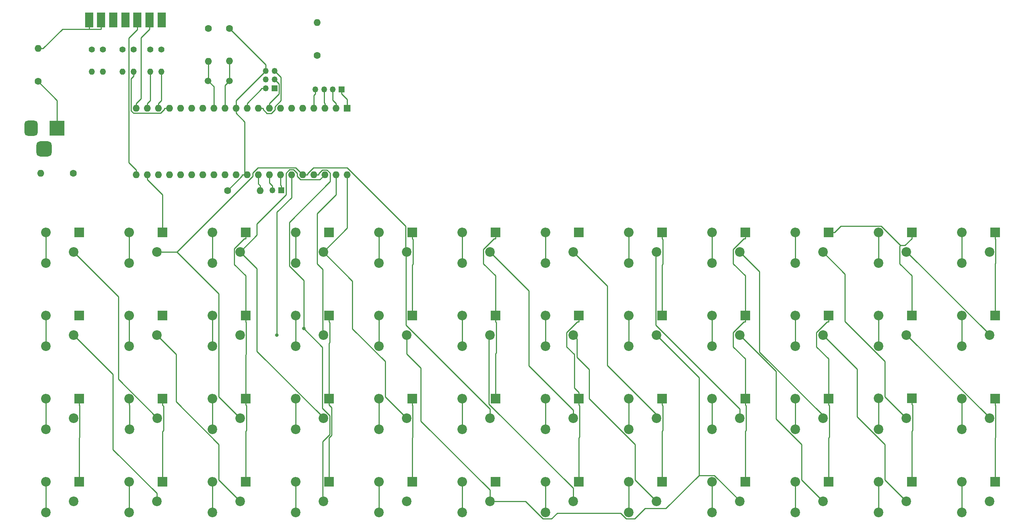
<source format=gbr>
%TF.GenerationSoftware,KiCad,Pcbnew,(6.0.0-0)*%
%TF.CreationDate,2022-06-17T23:46:41-04:00*%
%TF.ProjectId,justin-freetracing,6a757374-696e-42d6-9672-656574726163,rev?*%
%TF.SameCoordinates,Original*%
%TF.FileFunction,Copper,L2,Bot*%
%TF.FilePolarity,Positive*%
%FSLAX46Y46*%
G04 Gerber Fmt 4.6, Leading zero omitted, Abs format (unit mm)*
G04 Created by KiCad (PCBNEW (6.0.0-0)) date 2022-06-17 23:46:41*
%MOMM*%
%LPD*%
G01*
G04 APERTURE LIST*
G04 Aperture macros list*
%AMRoundRect*
0 Rectangle with rounded corners*
0 $1 Rounding radius*
0 $2 $3 $4 $5 $6 $7 $8 $9 X,Y pos of 4 corners*
0 Add a 4 corners polygon primitive as box body*
4,1,4,$2,$3,$4,$5,$6,$7,$8,$9,$2,$3,0*
0 Add four circle primitives for the rounded corners*
1,1,$1+$1,$2,$3*
1,1,$1+$1,$4,$5*
1,1,$1+$1,$6,$7*
1,1,$1+$1,$8,$9*
0 Add four rect primitives between the rounded corners*
20,1,$1+$1,$2,$3,$4,$5,0*
20,1,$1+$1,$4,$5,$6,$7,0*
20,1,$1+$1,$6,$7,$8,$9,0*
20,1,$1+$1,$8,$9,$2,$3,0*%
G04 Aperture macros list end*
%TA.AperFunction,ComponentPad*%
%ADD10R,3.500000X3.500000*%
%TD*%
%TA.AperFunction,ComponentPad*%
%ADD11RoundRect,0.750000X-0.750000X-1.000000X0.750000X-1.000000X0.750000X1.000000X-0.750000X1.000000X0*%
%TD*%
%TA.AperFunction,ComponentPad*%
%ADD12RoundRect,0.875000X-0.875000X-0.875000X0.875000X-0.875000X0.875000X0.875000X-0.875000X0.875000X0*%
%TD*%
%TA.AperFunction,ComponentPad*%
%ADD13C,1.600000*%
%TD*%
%TA.AperFunction,ComponentPad*%
%ADD14O,1.600000X1.600000*%
%TD*%
%TA.AperFunction,ComponentPad*%
%ADD15R,1.350000X1.350000*%
%TD*%
%TA.AperFunction,ComponentPad*%
%ADD16O,1.350000X1.350000*%
%TD*%
%TA.AperFunction,ComponentPad*%
%ADD17C,2.200000*%
%TD*%
%TA.AperFunction,ComponentPad*%
%ADD18R,1.600000X1.600000*%
%TD*%
%TA.AperFunction,SMDPad,CuDef*%
%ADD19R,1.846667X3.480000*%
%TD*%
%TA.AperFunction,ComponentPad*%
%ADD20C,1.500000*%
%TD*%
%TA.AperFunction,ComponentPad*%
%ADD21R,2.200000X2.200000*%
%TD*%
%TA.AperFunction,ComponentPad*%
%ADD22O,2.200000X2.200000*%
%TD*%
%TA.AperFunction,ComponentPad*%
%ADD23C,1.400000*%
%TD*%
%TA.AperFunction,ComponentPad*%
%ADD24O,1.400000X1.400000*%
%TD*%
%TA.AperFunction,ViaPad*%
%ADD25C,0.800000*%
%TD*%
%TA.AperFunction,Conductor*%
%ADD26C,0.250000*%
%TD*%
G04 APERTURE END LIST*
D10*
%TO.P,J5,1*%
%TO.N,VCC*%
X21670000Y-73300000D03*
D11*
%TO.P,J5,2*%
%TO.N,unconnected-(J5-Pad2)*%
X15670000Y-73300000D03*
D12*
%TO.P,J5,3*%
%TO.N,GND*%
X18670000Y-78000000D03*
%TD*%
D13*
%TO.P,C6,1*%
%TO.N,VCC*%
X25380000Y-83640000D03*
D14*
%TO.P,C6,2*%
%TO.N,GND*%
X17880000Y-83640000D03*
%TD*%
%TO.P,C5,2*%
%TO.N,GND*%
X17280000Y-55020000D03*
D13*
%TO.P,C5,1*%
%TO.N,VCC*%
X17280000Y-62520000D03*
%TD*%
%TO.P,C4,1*%
%TO.N,VCC*%
X81160000Y-56570000D03*
D14*
%TO.P,C4,2*%
%TO.N,GND*%
X81160000Y-49070000D03*
%TD*%
D15*
%TO.P,J2,1,Pin_1*%
%TO.N,/MISO*%
X71393000Y-64126000D03*
D16*
%TO.P,J2,2,Pin_2*%
%TO.N,VCC*%
X69393000Y-64126000D03*
%TO.P,J2,3,Pin_3*%
%TO.N,/PB7*%
X71393000Y-62126000D03*
%TO.P,J2,4,Pin_4*%
%TO.N,/MOSI*%
X69393000Y-62126000D03*
%TO.P,J2,5,Pin_5*%
%TO.N,/~RESET*%
X71393000Y-60126000D03*
%TO.P,J2,6,Pin_6*%
%TO.N,GND*%
X69393000Y-60126000D03*
%TD*%
D17*
%TO.P,K27,1,1*%
%TO.N,/KR2*%
X139700000Y-139700000D03*
%TO.P,K27,2,2*%
%TO.N,Net-(D27-Pad2)*%
X133350000Y-142240000D03*
%TD*%
%TO.P,K6,1,1*%
%TO.N,/KR5*%
X44450000Y-120650000D03*
%TO.P,K6,2,2*%
%TO.N,Net-(D6-Pad2)*%
X38100000Y-123190000D03*
%TD*%
%TO.P,K26,1,1*%
%TO.N,/KR1*%
X139700000Y-120650000D03*
%TO.P,K26,2,2*%
%TO.N,Net-(D26-Pad2)*%
X133350000Y-123190000D03*
%TD*%
%TO.P,K25,1,1*%
%TO.N,/KR0*%
X139700000Y-101600000D03*
%TO.P,K25,2,2*%
%TO.N,Net-(D25-Pad2)*%
X133350000Y-104140000D03*
%TD*%
D18*
%TO.P,U1,1,PB0*%
%TO.N,/PB0*%
X87985000Y-68705000D03*
D14*
%TO.P,U1,2,PB1*%
%TO.N,/PB1*%
X85445000Y-68705000D03*
%TO.P,U1,3,PB2*%
%TO.N,/PB2*%
X82905000Y-68705000D03*
%TO.P,U1,4,PB3*%
%TO.N,/PB3*%
X80365000Y-68705000D03*
%TO.P,U1,5,PB4*%
%TO.N,/PB4*%
X77825000Y-68705000D03*
%TO.P,U1,6,PB5*%
%TO.N,/MOSI*%
X75285000Y-68705000D03*
%TO.P,U1,7,PB6*%
%TO.N,/MISO*%
X72745000Y-68705000D03*
%TO.P,U1,8,PB7*%
%TO.N,/PB7*%
X70205000Y-68705000D03*
%TO.P,U1,9,~{RESET}*%
%TO.N,/~RESET*%
X67665000Y-68705000D03*
%TO.P,U1,10,VCC*%
%TO.N,VCC*%
X65125000Y-68705000D03*
%TO.P,U1,11,GND*%
%TO.N,GND*%
X62585000Y-68705000D03*
%TO.P,U1,12,XTAL2*%
%TO.N,Net-(C2-Pad2)*%
X60045000Y-68705000D03*
%TO.P,U1,13,XTAL1*%
%TO.N,Net-(C1-Pad2)*%
X57505000Y-68705000D03*
%TO.P,U1,14,PD0*%
%TO.N,Net-(R50-Pad2)*%
X54965000Y-68705000D03*
%TO.P,U1,15,PD1*%
%TO.N,Net-(R54-Pad2)*%
X52425000Y-68705000D03*
%TO.P,U1,16,PD2*%
%TO.N,Net-(R49-Pad2)*%
X49885000Y-68705000D03*
%TO.P,U1,17,PD3*%
%TO.N,Net-(R52-Pad2)*%
X47345000Y-68705000D03*
%TO.P,U1,18,PD4*%
%TO.N,Net-(R51-Pad2)*%
X44805000Y-68705000D03*
%TO.P,U1,19,PD5*%
%TO.N,Net-(R53-Pad2)*%
X42265000Y-68705000D03*
%TO.P,U1,20,PD6*%
%TO.N,/VSYNC*%
X39725000Y-68705000D03*
%TO.P,U1,21,PD7*%
%TO.N,/HSYNC*%
X39725000Y-83945000D03*
%TO.P,U1,22,PC0*%
%TO.N,/KC0*%
X42265000Y-83945000D03*
%TO.P,U1,23,PC1*%
%TO.N,/KC1*%
X44805000Y-83945000D03*
%TO.P,U1,24,PC2*%
%TO.N,/KC2*%
X47345000Y-83945000D03*
%TO.P,U1,25,PC3*%
%TO.N,/KC3*%
X49885000Y-83945000D03*
%TO.P,U1,26,PC4*%
%TO.N,/KC4*%
X52425000Y-83945000D03*
%TO.P,U1,27,PC5*%
%TO.N,/KC5*%
X54965000Y-83945000D03*
%TO.P,U1,28,PC6*%
%TO.N,/KC6*%
X57505000Y-83945000D03*
%TO.P,U1,29,PC7*%
%TO.N,/KC7*%
X60045000Y-83945000D03*
%TO.P,U1,30,AVCC*%
%TO.N,VCC*%
X62585000Y-83945000D03*
%TO.P,U1,31,GND*%
%TO.N,GND*%
X65125000Y-83945000D03*
%TO.P,U1,32,AREF*%
%TO.N,Net-(C3-Pad2)*%
X67665000Y-83945000D03*
%TO.P,U1,33,PA7*%
%TO.N,/PA7*%
X70205000Y-83945000D03*
%TO.P,U1,34,PA6*%
%TO.N,/PA6*%
X72745000Y-83945000D03*
%TO.P,U1,35,PA5*%
%TO.N,/KR5*%
X75285000Y-83945000D03*
%TO.P,U1,36,PA4*%
%TO.N,/KR4*%
X77825000Y-83945000D03*
%TO.P,U1,37,PA3*%
%TO.N,/KR3*%
X80365000Y-83945000D03*
%TO.P,U1,38,PA2*%
%TO.N,/KR2*%
X82905000Y-83945000D03*
%TO.P,U1,39,PA1*%
%TO.N,/KR1*%
X85445000Y-83945000D03*
%TO.P,U1,40,PA0*%
%TO.N,/KR0*%
X87985000Y-83945000D03*
%TD*%
D17*
%TO.P,K44,1,1*%
%TO.N,/KR1*%
X215900000Y-158750000D03*
%TO.P,K44,2,2*%
%TO.N,Net-(D44-Pad2)*%
X209550000Y-161290000D03*
%TD*%
%TO.P,K33,1,1*%
%TO.N,/KR2*%
X177800000Y-101600000D03*
%TO.P,K33,2,2*%
%TO.N,Net-(D33-Pad2)*%
X171450000Y-104140000D03*
%TD*%
%TO.P,K2,1,1*%
%TO.N,/KR1*%
X25400000Y-120650000D03*
%TO.P,K2,2,2*%
%TO.N,Net-(D2-Pad2)*%
X19050000Y-123190000D03*
%TD*%
D14*
%TO.P,C3,2*%
%TO.N,Net-(C3-Pad2)*%
X68150000Y-87570000D03*
D13*
%TO.P,C3,1*%
%TO.N,GND*%
X60650000Y-87570000D03*
%TD*%
D17*
%TO.P,K36,1,1*%
%TO.N,/KR5*%
X177800000Y-158750000D03*
%TO.P,K36,2,2*%
%TO.N,Net-(D36-Pad2)*%
X171450000Y-161290000D03*
%TD*%
%TO.P,K8,1,1*%
%TO.N,/KR1*%
X44450000Y-158750000D03*
%TO.P,K8,2,2*%
%TO.N,Net-(D8-Pad2)*%
X38100000Y-161290000D03*
%TD*%
%TO.P,K12,1,1*%
%TO.N,/KR5*%
X63500000Y-158750000D03*
%TO.P,K12,2,2*%
%TO.N,Net-(D12-Pad2)*%
X57150000Y-161290000D03*
%TD*%
%TO.P,K5,1,1*%
%TO.N,/KR4*%
X44450000Y-101600000D03*
%TO.P,K5,2,2*%
%TO.N,Net-(D5-Pad2)*%
X38100000Y-104140000D03*
%TD*%
%TO.P,K14,1,1*%
%TO.N,/KR1*%
X82550000Y-120650000D03*
%TO.P,K14,2,2*%
%TO.N,Net-(D14-Pad2)*%
X76200000Y-123190000D03*
%TD*%
%TO.P,K38,1,1*%
%TO.N,/KR1*%
X196850000Y-120650000D03*
%TO.P,K38,2,2*%
%TO.N,Net-(D38-Pad2)*%
X190500000Y-123190000D03*
%TD*%
%TO.P,K23,1,1*%
%TO.N,/KR4*%
X120650000Y-139700000D03*
%TO.P,K23,2,2*%
%TO.N,Net-(D23-Pad2)*%
X114300000Y-142240000D03*
%TD*%
%TO.P,K16,1,1*%
%TO.N,/KR3*%
X82550000Y-158750000D03*
%TO.P,K16,2,2*%
%TO.N,Net-(D16-Pad2)*%
X76200000Y-161290000D03*
%TD*%
%TO.P,K10,1,1*%
%TO.N,/KR3*%
X63500000Y-120650000D03*
%TO.P,K10,2,2*%
%TO.N,Net-(D10-Pad2)*%
X57150000Y-123190000D03*
%TD*%
%TO.P,K43,1,1*%
%TO.N,/KR0*%
X215900000Y-139700000D03*
%TO.P,K43,2,2*%
%TO.N,Net-(D43-Pad2)*%
X209550000Y-142240000D03*
%TD*%
%TO.P,K48,1,1*%
%TO.N,/KR5*%
X234950000Y-139700000D03*
%TO.P,K48,2,2*%
%TO.N,Net-(D48-Pad2)*%
X228600000Y-142240000D03*
%TD*%
D15*
%TO.P,J4,1,Pin_1*%
%TO.N,/PB0*%
X86719000Y-64358000D03*
D16*
%TO.P,J4,2,Pin_2*%
%TO.N,/PB1*%
X84719000Y-64358000D03*
%TO.P,J4,3,Pin_3*%
%TO.N,/PB2*%
X82719000Y-64358000D03*
%TO.P,J4,4,Pin_4*%
%TO.N,/PB3*%
X80719000Y-64358000D03*
%TD*%
D17*
%TO.P,K13,1,1*%
%TO.N,/KR0*%
X82550000Y-101600000D03*
%TO.P,K13,2,2*%
%TO.N,Net-(D13-Pad2)*%
X76200000Y-104140000D03*
%TD*%
%TO.P,K29,1,1*%
%TO.N,/KR4*%
X158750000Y-101600000D03*
%TO.P,K29,2,2*%
%TO.N,Net-(D29-Pad2)*%
X152400000Y-104140000D03*
%TD*%
%TO.P,K15,1,1*%
%TO.N,/KR2*%
X82550000Y-139700000D03*
%TO.P,K15,2,2*%
%TO.N,Net-(D15-Pad2)*%
X76200000Y-142240000D03*
%TD*%
%TO.P,K7,1,1*%
%TO.N,/KR0*%
X44577000Y-139700000D03*
%TO.P,K7,2,2*%
%TO.N,Net-(D7-Pad2)*%
X38227000Y-142240000D03*
%TD*%
%TO.P,K47,1,1*%
%TO.N,/KR4*%
X234950000Y-120650000D03*
%TO.P,K47,2,2*%
%TO.N,Net-(D47-Pad2)*%
X228600000Y-123190000D03*
%TD*%
%TO.P,K28,1,1*%
%TO.N,/KR3*%
X139700000Y-158750000D03*
%TO.P,K28,2,2*%
%TO.N,Net-(D28-Pad2)*%
X133350000Y-161290000D03*
%TD*%
%TO.P,K46,1,1*%
%TO.N,/KR3*%
X234950000Y-101600000D03*
%TO.P,K46,2,2*%
%TO.N,Net-(D46-Pad2)*%
X228600000Y-104140000D03*
%TD*%
%TO.P,K9,1,1*%
%TO.N,/KR2*%
X63500000Y-101600000D03*
%TO.P,K9,2,2*%
%TO.N,Net-(D9-Pad2)*%
X57150000Y-104140000D03*
%TD*%
%TO.P,K20,1,1*%
%TO.N,/KR1*%
X101600000Y-158750000D03*
%TO.P,K20,2,2*%
%TO.N,Net-(D20-Pad2)*%
X95250000Y-161290000D03*
%TD*%
%TO.P,K45,1,1*%
%TO.N,/KR2*%
X234950000Y-158750000D03*
%TO.P,K45,2,2*%
%TO.N,Net-(D45-Pad2)*%
X228600000Y-161290000D03*
%TD*%
D19*
%TO.P,J1,9*%
%TO.N,GND*%
X28960000Y-48482500D03*
%TO.P,J1,10*%
X31730000Y-48482500D03*
%TO.P,J1,11*%
%TO.N,unconnected-(J1-Pad11)*%
X34500000Y-48482500D03*
%TO.P,J1,12*%
%TO.N,unconnected-(J1-Pad12)*%
X37270000Y-48482500D03*
%TO.P,J1,13*%
%TO.N,/HSYNC*%
X40040000Y-48482500D03*
%TO.P,J1,14*%
%TO.N,/VSYNC*%
X42810000Y-48482500D03*
%TO.P,J1,15*%
%TO.N,unconnected-(J1-Pad15)*%
X45580000Y-48482500D03*
%TD*%
D17*
%TO.P,K17,1,1*%
%TO.N,/KR4*%
X101600000Y-101600000D03*
%TO.P,K17,2,2*%
%TO.N,Net-(D17-Pad2)*%
X95250000Y-104140000D03*
%TD*%
%TO.P,K34,1,1*%
%TO.N,/KR3*%
X177800000Y-120650000D03*
%TO.P,K34,2,2*%
%TO.N,Net-(D34-Pad2)*%
X171450000Y-123190000D03*
%TD*%
%TO.P,K32,1,1*%
%TO.N,/KR1*%
X158750000Y-158750000D03*
%TO.P,K32,2,2*%
%TO.N,Net-(D32-Pad2)*%
X152400000Y-161290000D03*
%TD*%
%TO.P,K40,1,1*%
%TO.N,/KR3*%
X196850000Y-158750000D03*
%TO.P,K40,2,2*%
%TO.N,Net-(D40-Pad2)*%
X190500000Y-161290000D03*
%TD*%
%TO.P,K31,1,1*%
%TO.N,/KR0*%
X158750000Y-139700000D03*
%TO.P,K31,2,2*%
%TO.N,Net-(D31-Pad2)*%
X152400000Y-142240000D03*
%TD*%
%TO.P,K18,1,1*%
%TO.N,/KR5*%
X101600000Y-120650000D03*
%TO.P,K18,2,2*%
%TO.N,Net-(D18-Pad2)*%
X95250000Y-123190000D03*
%TD*%
%TO.P,K41,1,1*%
%TO.N,/KR4*%
X215900000Y-101600000D03*
%TO.P,K41,2,2*%
%TO.N,Net-(D41-Pad2)*%
X209550000Y-104140000D03*
%TD*%
%TO.P,K39,1,1*%
%TO.N,/KR2*%
X196850000Y-139700000D03*
%TO.P,K39,2,2*%
%TO.N,Net-(D39-Pad2)*%
X190500000Y-142240000D03*
%TD*%
%TO.P,K21,1,1*%
%TO.N,/KR2*%
X120650000Y-101600000D03*
%TO.P,K21,2,2*%
%TO.N,Net-(D21-Pad2)*%
X114300000Y-104140000D03*
%TD*%
D14*
%TO.P,C2,2*%
%TO.N,Net-(C2-Pad2)*%
X61075000Y-57880000D03*
D13*
%TO.P,C2,1*%
%TO.N,GND*%
X61075000Y-50380000D03*
%TD*%
D17*
%TO.P,K37,1,1*%
%TO.N,/KR0*%
X196850000Y-101600000D03*
%TO.P,K37,2,2*%
%TO.N,Net-(D37-Pad2)*%
X190500000Y-104140000D03*
%TD*%
%TO.P,K3,1,1*%
%TO.N,/KR2*%
X25400000Y-139700000D03*
%TO.P,K3,2,2*%
%TO.N,Net-(D3-Pad2)*%
X19050000Y-142240000D03*
%TD*%
%TO.P,K24,1,1*%
%TO.N,/KR5*%
X120650000Y-158750000D03*
%TO.P,K24,2,2*%
%TO.N,Net-(D24-Pad2)*%
X114300000Y-161290000D03*
%TD*%
D14*
%TO.P,C1,2*%
%TO.N,Net-(C1-Pad2)*%
X56230000Y-57940000D03*
D13*
%TO.P,C1,1*%
%TO.N,GND*%
X56230000Y-50440000D03*
%TD*%
D17*
%TO.P,K1,1,1*%
%TO.N,/KR0*%
X25400000Y-101600000D03*
%TO.P,K1,2,2*%
%TO.N,Net-(D1-Pad2)*%
X19050000Y-104140000D03*
%TD*%
D15*
%TO.P,J3,1,Pin_1*%
%TO.N,/PA6*%
X72920000Y-87500000D03*
D16*
%TO.P,J3,2,Pin_2*%
%TO.N,/PA7*%
X70920000Y-87500000D03*
%TD*%
D17*
%TO.P,K42,1,1*%
%TO.N,/KR5*%
X215900000Y-120650000D03*
%TO.P,K42,2,2*%
%TO.N,Net-(D42-Pad2)*%
X209550000Y-123190000D03*
%TD*%
%TO.P,K19,1,1*%
%TO.N,/KR0*%
X101600000Y-139700000D03*
%TO.P,K19,2,2*%
%TO.N,Net-(D19-Pad2)*%
X95250000Y-142240000D03*
%TD*%
%TO.P,K35,1,1*%
%TO.N,/KR4*%
X177800000Y-139700000D03*
%TO.P,K35,2,2*%
%TO.N,Net-(D35-Pad2)*%
X171450000Y-142240000D03*
%TD*%
%TO.P,K11,1,1*%
%TO.N,/KR4*%
X63500000Y-139700000D03*
%TO.P,K11,2,2*%
%TO.N,Net-(D11-Pad2)*%
X57150000Y-142240000D03*
%TD*%
%TO.P,K22,1,1*%
%TO.N,/KR3*%
X120650000Y-120650000D03*
%TO.P,K22,2,2*%
%TO.N,Net-(D22-Pad2)*%
X114300000Y-123190000D03*
%TD*%
%TO.P,K4,1,1*%
%TO.N,/KR3*%
X25400000Y-158750000D03*
%TO.P,K4,2,2*%
%TO.N,Net-(D4-Pad2)*%
X19050000Y-161290000D03*
%TD*%
D20*
%TO.P,Y1,1,1*%
%TO.N,Net-(C2-Pad2)*%
X61075000Y-62405000D03*
%TO.P,Y1,2,2*%
%TO.N,Net-(C1-Pad2)*%
X56195000Y-62405000D03*
%TD*%
D17*
%TO.P,K30,1,1*%
%TO.N,/KR5*%
X158750000Y-120650000D03*
%TO.P,K30,2,2*%
%TO.N,Net-(D30-Pad2)*%
X152400000Y-123190000D03*
%TD*%
D21*
%TO.P,D45,1,K*%
%TO.N,/KC7*%
X236220000Y-154305000D03*
D22*
%TO.P,D45,2,A*%
%TO.N,Net-(D45-Pad2)*%
X228600000Y-154305000D03*
%TD*%
D21*
%TO.P,D17,1,K*%
%TO.N,/KC2*%
X102870000Y-97155000D03*
D22*
%TO.P,D17,2,A*%
%TO.N,Net-(D17-Pad2)*%
X95250000Y-97155000D03*
%TD*%
D21*
%TO.P,D25,1,K*%
%TO.N,/KC4*%
X140970000Y-97155000D03*
D22*
%TO.P,D25,2,A*%
%TO.N,Net-(D25-Pad2)*%
X133350000Y-97155000D03*
%TD*%
D21*
%TO.P,D23,1,K*%
%TO.N,/KC3*%
X121920000Y-135255000D03*
D22*
%TO.P,D23,2,A*%
%TO.N,Net-(D23-Pad2)*%
X114300000Y-135255000D03*
%TD*%
D21*
%TO.P,D7,1,K*%
%TO.N,/KC1*%
X45720000Y-135255000D03*
D22*
%TO.P,D7,2,A*%
%TO.N,Net-(D7-Pad2)*%
X38100000Y-135255000D03*
%TD*%
D23*
%TO.P,R50,1*%
%TO.N,/RED*%
X29595000Y-55245000D03*
D24*
%TO.P,R50,2*%
%TO.N,Net-(R50-Pad2)*%
X29595000Y-60325000D03*
%TD*%
D21*
%TO.P,D37,1,K*%
%TO.N,/KC6*%
X198120000Y-97155000D03*
D22*
%TO.P,D37,2,A*%
%TO.N,Net-(D37-Pad2)*%
X190500000Y-97155000D03*
%TD*%
D21*
%TO.P,D41,1,K*%
%TO.N,/KC6*%
X217170000Y-97155000D03*
D22*
%TO.P,D41,2,A*%
%TO.N,Net-(D41-Pad2)*%
X209550000Y-97155000D03*
%TD*%
D21*
%TO.P,D28,1,K*%
%TO.N,/KC4*%
X140970000Y-154305000D03*
D22*
%TO.P,D28,2,A*%
%TO.N,Net-(D28-Pad2)*%
X133350000Y-154305000D03*
%TD*%
D21*
%TO.P,D11,1,K*%
%TO.N,/KC1*%
X64770000Y-135255000D03*
D22*
%TO.P,D11,2,A*%
%TO.N,Net-(D11-Pad2)*%
X57150000Y-135255000D03*
%TD*%
D21*
%TO.P,D43,1,K*%
%TO.N,/KC7*%
X217170000Y-135128000D03*
D22*
%TO.P,D43,2,A*%
%TO.N,Net-(D43-Pad2)*%
X209550000Y-135128000D03*
%TD*%
D23*
%TO.P,R52,1*%
%TO.N,/GREEN*%
X39120000Y-55245000D03*
D24*
%TO.P,R52,2*%
%TO.N,Net-(R52-Pad2)*%
X39120000Y-60325000D03*
%TD*%
D21*
%TO.P,D21,1,K*%
%TO.N,/KC3*%
X121920000Y-97155000D03*
D22*
%TO.P,D21,2,A*%
%TO.N,Net-(D21-Pad2)*%
X114300000Y-97155000D03*
%TD*%
D21*
%TO.P,D27,1,K*%
%TO.N,/KC4*%
X140970000Y-135255000D03*
D22*
%TO.P,D27,2,A*%
%TO.N,Net-(D27-Pad2)*%
X133350000Y-135255000D03*
%TD*%
D21*
%TO.P,D35,1,K*%
%TO.N,/KC5*%
X179070000Y-135255000D03*
D22*
%TO.P,D35,2,A*%
%TO.N,Net-(D35-Pad2)*%
X171450000Y-135255000D03*
%TD*%
D21*
%TO.P,D16,1,K*%
%TO.N,/KC2*%
X83820000Y-154305000D03*
D22*
%TO.P,D16,2,A*%
%TO.N,Net-(D16-Pad2)*%
X76200000Y-154305000D03*
%TD*%
D21*
%TO.P,D19,1,K*%
%TO.N,/KC3*%
X102870000Y-135255000D03*
D22*
%TO.P,D19,2,A*%
%TO.N,Net-(D19-Pad2)*%
X95250000Y-135255000D03*
%TD*%
D21*
%TO.P,D42,1,K*%
%TO.N,/KC6*%
X217170000Y-116205000D03*
D22*
%TO.P,D42,2,A*%
%TO.N,Net-(D42-Pad2)*%
X209550000Y-116205000D03*
%TD*%
D21*
%TO.P,D31,1,K*%
%TO.N,/KC5*%
X160020000Y-135255000D03*
D22*
%TO.P,D31,2,A*%
%TO.N,Net-(D31-Pad2)*%
X152400000Y-135255000D03*
%TD*%
D21*
%TO.P,D38,1,K*%
%TO.N,/KC6*%
X198120000Y-116205000D03*
D22*
%TO.P,D38,2,A*%
%TO.N,Net-(D38-Pad2)*%
X190500000Y-116205000D03*
%TD*%
D21*
%TO.P,D15,1,K*%
%TO.N,/KC2*%
X83820000Y-135255000D03*
D22*
%TO.P,D15,2,A*%
%TO.N,Net-(D15-Pad2)*%
X76200000Y-135255000D03*
%TD*%
D21*
%TO.P,D34,1,K*%
%TO.N,/KC5*%
X179070000Y-116205000D03*
D22*
%TO.P,D34,2,A*%
%TO.N,Net-(D34-Pad2)*%
X171450000Y-116205000D03*
%TD*%
D21*
%TO.P,D10,1,K*%
%TO.N,/KC1*%
X64770000Y-116205000D03*
D22*
%TO.P,D10,2,A*%
%TO.N,Net-(D10-Pad2)*%
X57150000Y-116205000D03*
%TD*%
D23*
%TO.P,R53,1*%
%TO.N,/BLUE*%
X42930000Y-55245000D03*
D24*
%TO.P,R53,2*%
%TO.N,Net-(R53-Pad2)*%
X42930000Y-60325000D03*
%TD*%
D21*
%TO.P,D40,1,K*%
%TO.N,/KC6*%
X198120000Y-154305000D03*
D22*
%TO.P,D40,2,A*%
%TO.N,Net-(D40-Pad2)*%
X190500000Y-154305000D03*
%TD*%
D21*
%TO.P,D13,1,K*%
%TO.N,/KC2*%
X83820000Y-97155000D03*
D22*
%TO.P,D13,2,A*%
%TO.N,Net-(D13-Pad2)*%
X76200000Y-97155000D03*
%TD*%
D21*
%TO.P,D29,1,K*%
%TO.N,/KC4*%
X160020000Y-97155000D03*
D22*
%TO.P,D29,2,A*%
%TO.N,Net-(D29-Pad2)*%
X152400000Y-97155000D03*
%TD*%
D21*
%TO.P,D6,1,K*%
%TO.N,/KC0*%
X45720000Y-116205000D03*
D22*
%TO.P,D6,2,A*%
%TO.N,Net-(D6-Pad2)*%
X38100000Y-116205000D03*
%TD*%
D21*
%TO.P,D5,1,K*%
%TO.N,/KC0*%
X45720000Y-97155000D03*
D22*
%TO.P,D5,2,A*%
%TO.N,Net-(D5-Pad2)*%
X38100000Y-97155000D03*
%TD*%
D21*
%TO.P,D12,1,K*%
%TO.N,/KC1*%
X64770000Y-154305000D03*
D22*
%TO.P,D12,2,A*%
%TO.N,Net-(D12-Pad2)*%
X57150000Y-154305000D03*
%TD*%
D21*
%TO.P,D32,1,K*%
%TO.N,/KC5*%
X160020000Y-154305000D03*
D22*
%TO.P,D32,2,A*%
%TO.N,Net-(D32-Pad2)*%
X152400000Y-154305000D03*
%TD*%
D21*
%TO.P,D44,1,K*%
%TO.N,/KC7*%
X217170000Y-154305000D03*
D22*
%TO.P,D44,2,A*%
%TO.N,Net-(D44-Pad2)*%
X209550000Y-154305000D03*
%TD*%
D23*
%TO.P,R54,1*%
%TO.N,/RED*%
X32135000Y-55245000D03*
D24*
%TO.P,R54,2*%
%TO.N,Net-(R54-Pad2)*%
X32135000Y-60325000D03*
%TD*%
D21*
%TO.P,D8,1,K*%
%TO.N,/KC1*%
X45720000Y-154305000D03*
D22*
%TO.P,D8,2,A*%
%TO.N,Net-(D8-Pad2)*%
X38100000Y-154305000D03*
%TD*%
D21*
%TO.P,D9,1,K*%
%TO.N,/KC1*%
X64770000Y-97155000D03*
D22*
%TO.P,D9,2,A*%
%TO.N,Net-(D9-Pad2)*%
X57150000Y-97155000D03*
%TD*%
D21*
%TO.P,D14,1,K*%
%TO.N,/KC2*%
X83820000Y-116205000D03*
D22*
%TO.P,D14,2,A*%
%TO.N,Net-(D14-Pad2)*%
X76200000Y-116205000D03*
%TD*%
D21*
%TO.P,D20,1,K*%
%TO.N,/KC3*%
X102870000Y-154305000D03*
D22*
%TO.P,D20,2,A*%
%TO.N,Net-(D20-Pad2)*%
X95250000Y-154305000D03*
%TD*%
D21*
%TO.P,D46,1,K*%
%TO.N,/KC7*%
X236220000Y-97155000D03*
D22*
%TO.P,D46,2,A*%
%TO.N,Net-(D46-Pad2)*%
X228600000Y-97155000D03*
%TD*%
D21*
%TO.P,D18,1,K*%
%TO.N,/KC2*%
X102870000Y-116205000D03*
D22*
%TO.P,D18,2,A*%
%TO.N,Net-(D18-Pad2)*%
X95250000Y-116205000D03*
%TD*%
D21*
%TO.P,D47,1,K*%
%TO.N,/KC7*%
X236220000Y-116205000D03*
D22*
%TO.P,D47,2,A*%
%TO.N,Net-(D47-Pad2)*%
X228600000Y-116205000D03*
%TD*%
D21*
%TO.P,D24,1,K*%
%TO.N,/KC3*%
X121920000Y-154305000D03*
D22*
%TO.P,D24,2,A*%
%TO.N,Net-(D24-Pad2)*%
X114300000Y-154305000D03*
%TD*%
D21*
%TO.P,D22,1,K*%
%TO.N,/KC3*%
X121920000Y-116205000D03*
D22*
%TO.P,D22,2,A*%
%TO.N,Net-(D22-Pad2)*%
X114300000Y-116205000D03*
%TD*%
D23*
%TO.P,R49,1*%
%TO.N,/GREEN*%
X36580000Y-55245000D03*
D24*
%TO.P,R49,2*%
%TO.N,Net-(R49-Pad2)*%
X36580000Y-60325000D03*
%TD*%
D21*
%TO.P,D4,1,K*%
%TO.N,/KC0*%
X26670000Y-154305000D03*
D22*
%TO.P,D4,2,A*%
%TO.N,Net-(D4-Pad2)*%
X19050000Y-154305000D03*
%TD*%
D21*
%TO.P,D3,1,K*%
%TO.N,/KC0*%
X26670000Y-135255000D03*
D22*
%TO.P,D3,2,A*%
%TO.N,Net-(D3-Pad2)*%
X19050000Y-135255000D03*
%TD*%
D23*
%TO.P,R51,1*%
%TO.N,/BLUE*%
X45470000Y-55245000D03*
D24*
%TO.P,R51,2*%
%TO.N,Net-(R51-Pad2)*%
X45470000Y-60325000D03*
%TD*%
D21*
%TO.P,D1,1,K*%
%TO.N,/KC0*%
X26670000Y-97155000D03*
D22*
%TO.P,D1,2,A*%
%TO.N,Net-(D1-Pad2)*%
X19050000Y-97155000D03*
%TD*%
D21*
%TO.P,D33,1,K*%
%TO.N,/KC5*%
X179070000Y-97155000D03*
D22*
%TO.P,D33,2,A*%
%TO.N,Net-(D33-Pad2)*%
X171450000Y-97155000D03*
%TD*%
D21*
%TO.P,D2,1,K*%
%TO.N,/KC0*%
X26670000Y-116205000D03*
D22*
%TO.P,D2,2,A*%
%TO.N,Net-(D2-Pad2)*%
X19050000Y-116205000D03*
%TD*%
D21*
%TO.P,D39,1,K*%
%TO.N,/KC6*%
X198120000Y-135255000D03*
D22*
%TO.P,D39,2,A*%
%TO.N,Net-(D39-Pad2)*%
X190500000Y-135255000D03*
%TD*%
D21*
%TO.P,D26,1,K*%
%TO.N,/KC4*%
X140970000Y-116205000D03*
D22*
%TO.P,D26,2,A*%
%TO.N,Net-(D26-Pad2)*%
X133350000Y-116205000D03*
%TD*%
D21*
%TO.P,D48,1,K*%
%TO.N,/KC7*%
X236220000Y-135255000D03*
D22*
%TO.P,D48,2,A*%
%TO.N,Net-(D48-Pad2)*%
X228600000Y-135255000D03*
%TD*%
D21*
%TO.P,D36,1,K*%
%TO.N,/KC5*%
X179070000Y-154305000D03*
D22*
%TO.P,D36,2,A*%
%TO.N,Net-(D36-Pad2)*%
X171450000Y-154305000D03*
%TD*%
D21*
%TO.P,D30,1,K*%
%TO.N,/KC4*%
X160020000Y-116205000D03*
D22*
%TO.P,D30,2,A*%
%TO.N,Net-(D30-Pad2)*%
X152400000Y-116205000D03*
%TD*%
D25*
%TO.N,/KR3*%
X78071900Y-119186000D03*
%TO.N,/KR5*%
X71939400Y-120705000D03*
%TD*%
D26*
%TO.N,/KR1*%
X44450000Y-156948000D02*
X44450000Y-158750000D01*
X34393400Y-146891000D02*
X44450000Y-156948000D01*
X34393400Y-129643000D02*
X34393400Y-146891000D01*
X25400000Y-120650000D02*
X34393400Y-129643000D01*
X204660000Y-128460000D02*
X196850000Y-120650000D01*
X204660000Y-139365000D02*
X204660000Y-128460000D01*
X211035000Y-145740000D02*
X204660000Y-139365000D01*
X211035000Y-153885000D02*
X211035000Y-145740000D01*
X215900000Y-158750000D02*
X211035000Y-153885000D01*
X85445000Y-88506900D02*
X85445000Y-83945000D01*
X81123000Y-92828900D02*
X85445000Y-88506900D01*
X81123000Y-104353000D02*
X81123000Y-92828900D01*
X82394700Y-105625000D02*
X81123000Y-104353000D01*
X82394700Y-120495000D02*
X82394700Y-105625000D01*
X82550000Y-120650000D02*
X82394700Y-120495000D01*
X140580000Y-121530000D02*
X139700000Y-120650000D01*
X140580000Y-125733000D02*
X140580000Y-121530000D01*
X143396000Y-128548000D02*
X140580000Y-125733000D01*
X143396000Y-135252000D02*
X143396000Y-128548000D01*
X153885000Y-145740000D02*
X143396000Y-135252000D01*
X153885000Y-153885000D02*
X153885000Y-145740000D01*
X158750000Y-158750000D02*
X153885000Y-153885000D01*
%TO.N,/KR2*%
X182361000Y-106161000D02*
X177800000Y-101600000D01*
X182361000Y-124574000D02*
X182361000Y-106161000D01*
X196850000Y-139063000D02*
X182361000Y-124574000D01*
X196850000Y-139700000D02*
X196850000Y-139063000D01*
X67383400Y-105483000D02*
X63500000Y-101600000D01*
X67383400Y-124398000D02*
X67383400Y-105483000D01*
X82550000Y-139564000D02*
X67383400Y-124398000D01*
X82550000Y-139700000D02*
X82550000Y-139564000D01*
X67338500Y-97761500D02*
X63500000Y-101600000D01*
X67338500Y-95176900D02*
X67338500Y-97761500D01*
X74015000Y-88500400D02*
X67338500Y-95176900D01*
X74015000Y-83614800D02*
X74015000Y-88500400D01*
X74837500Y-82792300D02*
X74015000Y-83614800D01*
X75724000Y-82792300D02*
X74837500Y-82792300D01*
X76555000Y-83623300D02*
X75724000Y-82792300D01*
X76555000Y-84272500D02*
X76555000Y-83623300D01*
X77359000Y-85076500D02*
X76555000Y-84272500D01*
X81773500Y-85076500D02*
X77359000Y-85076500D01*
X82905000Y-83945000D02*
X81773500Y-85076500D01*
X139700000Y-137890000D02*
X139700000Y-139700000D01*
X129548000Y-127738000D02*
X139700000Y-137890000D01*
X129548000Y-110498000D02*
X129548000Y-127738000D01*
X120650000Y-101600000D02*
X129548000Y-110498000D01*
%TO.N,/KR3*%
X139700000Y-155721000D02*
X139700000Y-158750000D01*
X120462000Y-136483000D02*
X139700000Y-155721000D01*
X120462000Y-120838000D02*
X120462000Y-136483000D01*
X120650000Y-120650000D02*
X120462000Y-120838000D01*
X186170000Y-129020000D02*
X177800000Y-120650000D01*
X186170000Y-139926000D02*
X186170000Y-129020000D01*
X191985000Y-145740000D02*
X186170000Y-139926000D01*
X191985000Y-153885000D02*
X191985000Y-145740000D01*
X196850000Y-158750000D02*
X191985000Y-153885000D01*
X82335500Y-123450000D02*
X78071900Y-119186000D01*
X82335500Y-137456000D02*
X82335500Y-123450000D01*
X83993000Y-139114000D02*
X82335500Y-137456000D01*
X83993000Y-143449000D02*
X83993000Y-139114000D01*
X82394600Y-145047000D02*
X83993000Y-143449000D01*
X82394600Y-158595000D02*
X82394600Y-145047000D01*
X82550000Y-158750000D02*
X82394600Y-158595000D01*
X81490300Y-83945000D02*
X80365000Y-83945000D01*
X81490300Y-83663700D02*
X81490300Y-83945000D01*
X82357100Y-82796900D02*
X81490300Y-83663700D01*
X83388400Y-82796900D02*
X82357100Y-82796900D01*
X84101100Y-83509600D02*
X83388400Y-82796900D01*
X84101100Y-85499300D02*
X84101100Y-83509600D01*
X74765600Y-94834800D02*
X84101100Y-85499300D01*
X74765600Y-104853000D02*
X74765600Y-94834800D01*
X78071900Y-108160000D02*
X74765600Y-104853000D01*
X78071900Y-119186000D02*
X78071900Y-108160000D01*
%TO.N,/KR4*%
X158595000Y-101755000D02*
X158750000Y-101600000D01*
X158595000Y-118436000D02*
X158595000Y-101755000D01*
X177800000Y-137642000D02*
X158595000Y-118436000D01*
X177800000Y-139700000D02*
X177800000Y-137642000D01*
X78950300Y-83945000D02*
X77825000Y-83945000D01*
X78950300Y-83663700D02*
X78950300Y-83945000D01*
X80267500Y-82346500D02*
X78950300Y-83663700D01*
X88036700Y-82346500D02*
X80267500Y-82346500D01*
X101385000Y-95695200D02*
X88036700Y-82346500D01*
X101385000Y-101385000D02*
X101385000Y-95695200D01*
X101600000Y-101600000D02*
X101385000Y-101385000D01*
X101445000Y-101755000D02*
X101600000Y-101600000D01*
X101445000Y-118436000D02*
X101445000Y-101755000D01*
X120650000Y-137642000D02*
X101445000Y-118436000D01*
X120650000Y-139700000D02*
X120650000Y-137642000D01*
X234950000Y-120503000D02*
X234950000Y-120650000D01*
X216047000Y-101600000D02*
X234950000Y-120503000D01*
X215900000Y-101600000D02*
X216047000Y-101600000D01*
X58634600Y-111167000D02*
X49067500Y-101600000D01*
X58634600Y-134835000D02*
X58634600Y-111167000D01*
X63500000Y-139700000D02*
X58634600Y-134835000D01*
X44450000Y-101600000D02*
X49067500Y-101600000D01*
X76220400Y-82340400D02*
X77825000Y-83945000D01*
X67600600Y-82340400D02*
X76220400Y-82340400D01*
X66395000Y-83546000D02*
X67600600Y-82340400D01*
X66395000Y-84272500D02*
X66395000Y-83546000D01*
X49067500Y-101600000D02*
X66395000Y-84272500D01*
%TO.N,/KR5*%
X234950000Y-139553000D02*
X234950000Y-139700000D01*
X216047000Y-120650000D02*
X234950000Y-139553000D01*
X215900000Y-120650000D02*
X216047000Y-120650000D01*
X101600000Y-124981000D02*
X101600000Y-120650000D01*
X104865000Y-128246000D02*
X101600000Y-124981000D01*
X104865000Y-140388000D02*
X104865000Y-128246000D01*
X120650000Y-156173000D02*
X104865000Y-140388000D01*
X120650000Y-158750000D02*
X120650000Y-156173000D01*
X48851800Y-125052000D02*
X44450000Y-120650000D01*
X48851800Y-135958000D02*
X48851800Y-125052000D01*
X58634600Y-145740000D02*
X48851800Y-135958000D01*
X58634600Y-153885000D02*
X58634600Y-145740000D01*
X63500000Y-158750000D02*
X58634600Y-153885000D01*
X168503000Y-130403000D02*
X168503000Y-152828000D01*
X158750000Y-120650000D02*
X168503000Y-130403000D01*
X172003000Y-152828000D02*
X168503000Y-152828000D01*
X177800000Y-158625000D02*
X172003000Y-152828000D01*
X177800000Y-158750000D02*
X177800000Y-158625000D01*
X128794000Y-158750000D02*
X120650000Y-158750000D01*
X132825000Y-162781000D02*
X128794000Y-158750000D01*
X134769000Y-162781000D02*
X132825000Y-162781000D01*
X136086000Y-161464000D02*
X134769000Y-162781000D01*
X150559000Y-161464000D02*
X136086000Y-161464000D01*
X151875000Y-162781000D02*
X150559000Y-161464000D01*
X153819000Y-162781000D02*
X151875000Y-162781000D01*
X156203000Y-160397000D02*
X153819000Y-162781000D01*
X160934000Y-160397000D02*
X156203000Y-160397000D01*
X168503000Y-152828000D02*
X160934000Y-160397000D01*
X71939400Y-92505700D02*
X71939400Y-120705000D01*
X75285000Y-89160100D02*
X71939400Y-92505700D01*
X75285000Y-83945000D02*
X75285000Y-89160100D01*
%TO.N,/PA6*%
X72745000Y-86324700D02*
X72745000Y-83945000D01*
X72920000Y-86499700D02*
X72745000Y-86324700D01*
X72920000Y-87500000D02*
X72920000Y-86499700D01*
%TO.N,/PA7*%
X70205000Y-85784700D02*
X70205000Y-83945000D01*
X70920000Y-86499700D02*
X70205000Y-85784700D01*
X70920000Y-87500000D02*
X70920000Y-86499700D01*
%TO.N,/PB7*%
X72393400Y-63126400D02*
X71393000Y-62126000D01*
X72393400Y-65391300D02*
X72393400Y-63126400D01*
X70205000Y-67579700D02*
X72393400Y-65391300D01*
X70205000Y-68705000D02*
X70205000Y-67579700D01*
%TO.N,GND*%
X31730000Y-50547800D02*
X28960000Y-50547800D01*
X31730000Y-48482500D02*
X31730000Y-50547800D01*
X28960000Y-48482500D02*
X28960000Y-50547800D01*
X63999700Y-83945000D02*
X64562400Y-83945000D01*
X63999700Y-84220300D02*
X63999700Y-83945000D01*
X60650000Y-87570000D02*
X63999700Y-84220300D01*
X69393000Y-58698000D02*
X69393000Y-60126000D01*
X61075000Y-50380000D02*
X69393000Y-58698000D01*
X62585000Y-66934000D02*
X62585000Y-68705000D01*
X69393000Y-60126000D02*
X62585000Y-66934000D01*
X64562400Y-71807700D02*
X64562400Y-83945000D01*
X62585000Y-69830300D02*
X64562400Y-71807700D01*
X62585000Y-68705000D02*
X62585000Y-69830300D01*
X65125000Y-83945000D02*
X64562400Y-83945000D01*
X22877500Y-50547800D02*
X28960000Y-50547800D01*
X18405300Y-55020000D02*
X22877500Y-50547800D01*
X17280000Y-55020000D02*
X18405300Y-55020000D01*
%TO.N,VCC*%
X65125000Y-67579700D02*
X65125000Y-68705000D01*
X68392700Y-64312000D02*
X65125000Y-67579700D01*
X68392700Y-64126000D02*
X68392700Y-64312000D01*
X69393000Y-64126000D02*
X68392700Y-64126000D01*
X21670000Y-66910000D02*
X17280000Y-62520000D01*
X21670000Y-73300000D02*
X21670000Y-66910000D01*
%TO.N,Net-(R53-Pad2)*%
X42930000Y-66914700D02*
X42930000Y-60325000D01*
X42265000Y-67579700D02*
X42930000Y-66914700D01*
X42265000Y-68705000D02*
X42265000Y-67579700D01*
%TO.N,Net-(R52-Pad2)*%
X39120000Y-61350300D02*
X39120000Y-60325000D01*
X38586400Y-61883900D02*
X39120000Y-61350300D01*
X38586400Y-69252700D02*
X38586400Y-61883900D01*
X39164000Y-69830300D02*
X38586400Y-69252700D01*
X45375800Y-69830300D02*
X39164000Y-69830300D01*
X46219700Y-68986400D02*
X45375800Y-69830300D01*
X46219700Y-68705000D02*
X46219700Y-68986400D01*
X47345000Y-68705000D02*
X46219700Y-68705000D01*
%TO.N,/KC4*%
X140970000Y-144259000D02*
X140970000Y-154305000D01*
X141152000Y-144076000D02*
X140970000Y-144259000D01*
X141152000Y-136863000D02*
X141152000Y-144076000D01*
X140970000Y-136680000D02*
X141152000Y-136863000D01*
X140970000Y-135255000D02*
X140970000Y-136680000D01*
X140970000Y-117630000D02*
X140970000Y-116205000D01*
X140703000Y-117630000D02*
X140970000Y-117630000D01*
X138222000Y-120111000D02*
X140703000Y-117630000D01*
X138222000Y-123374000D02*
X138222000Y-120111000D01*
X139971000Y-125123000D02*
X138222000Y-123374000D01*
X139971000Y-132831000D02*
X139971000Y-125123000D01*
X140970000Y-133830000D02*
X139971000Y-132831000D01*
X140970000Y-135255000D02*
X140970000Y-133830000D01*
X160020000Y-104575000D02*
X160020000Y-116205000D01*
X160194000Y-104401000D02*
X160020000Y-104575000D01*
X160194000Y-98754700D02*
X160194000Y-104401000D01*
X160020000Y-98580300D02*
X160194000Y-98754700D01*
X160020000Y-97155000D02*
X160020000Y-98580300D01*
%TO.N,Net-(R51-Pad2)*%
X45470000Y-66914700D02*
X45470000Y-60325000D01*
X44805000Y-67579700D02*
X45470000Y-66914700D01*
X44805000Y-68705000D02*
X44805000Y-67579700D01*
%TO.N,/KC2*%
X102870000Y-104575000D02*
X102870000Y-116205000D01*
X103044000Y-104401000D02*
X102870000Y-104575000D01*
X103044000Y-98754700D02*
X103044000Y-104401000D01*
X102870000Y-98580300D02*
X103044000Y-98754700D01*
X102870000Y-97155000D02*
X102870000Y-98580300D01*
X83820000Y-117630000D02*
X83820000Y-116205000D01*
X83993300Y-117804000D02*
X83820000Y-117630000D01*
X83993300Y-122385000D02*
X83993300Y-117804000D01*
X83820000Y-122559000D02*
X83993300Y-122385000D01*
X83820000Y-135255000D02*
X83820000Y-122559000D01*
X83820000Y-144259000D02*
X83820000Y-154305000D01*
X84454900Y-143624000D02*
X83820000Y-144259000D01*
X84454900Y-137315000D02*
X84454900Y-143624000D01*
X83820000Y-136680000D02*
X84454900Y-137315000D01*
X83820000Y-135255000D02*
X83820000Y-136680000D01*
%TO.N,Net-(C3-Pad2)*%
X67665000Y-85959700D02*
X67665000Y-83945000D01*
X68150000Y-86444700D02*
X67665000Y-85959700D01*
X68150000Y-87570000D02*
X68150000Y-86444700D01*
%TO.N,/~RESET*%
X72872900Y-61605900D02*
X71393000Y-60126000D01*
X72872900Y-66955500D02*
X72872900Y-61605900D01*
X71475000Y-68353400D02*
X72872900Y-66955500D01*
X71475000Y-69035400D02*
X71475000Y-68353400D01*
X70645700Y-69864700D02*
X71475000Y-69035400D01*
X69668700Y-69864700D02*
X70645700Y-69864700D01*
X68790300Y-68986300D02*
X69668700Y-69864700D01*
X68790300Y-68705000D02*
X68790300Y-68986300D01*
X67665000Y-68705000D02*
X68790300Y-68705000D01*
%TO.N,Net-(C2-Pad2)*%
X61075000Y-62405000D02*
X61075000Y-57880000D01*
X60045000Y-63435000D02*
X60045000Y-68705000D01*
X61075000Y-62405000D02*
X60045000Y-63435000D01*
%TO.N,/KR0*%
X147510000Y-109410000D02*
X139700000Y-101600000D01*
X147510000Y-127649000D02*
X147510000Y-109410000D01*
X158750000Y-138890000D02*
X147510000Y-127649000D01*
X158750000Y-139700000D02*
X158750000Y-138890000D01*
X201922000Y-106672000D02*
X196850000Y-101600000D01*
X201922000Y-117578000D02*
X201922000Y-106672000D01*
X211035000Y-126690000D02*
X201922000Y-117578000D01*
X211035000Y-134835000D02*
X211035000Y-126690000D01*
X215900000Y-139700000D02*
X211035000Y-134835000D01*
X35654600Y-111855000D02*
X25400000Y-101600000D01*
X35654600Y-130778000D02*
X35654600Y-111855000D01*
X44577000Y-139700000D02*
X35654600Y-130778000D01*
X89229800Y-108280000D02*
X82550000Y-101600000D01*
X89229800Y-119215000D02*
X89229800Y-108280000D01*
X96734600Y-126719000D02*
X89229800Y-119215000D01*
X96734600Y-134835000D02*
X96734600Y-126719000D01*
X101600000Y-139700000D02*
X96734600Y-134835000D01*
X87985000Y-96165000D02*
X87985000Y-83945000D01*
X82550000Y-101600000D02*
X87985000Y-96165000D01*
%TO.N,Net-(C1-Pad2)*%
X56230000Y-62370000D02*
X56230000Y-57940000D01*
X56195000Y-62405000D02*
X56230000Y-62370000D01*
X57505000Y-63715000D02*
X57505000Y-68705000D01*
X56195000Y-62405000D02*
X57505000Y-63715000D01*
%TO.N,/PB3*%
X80365000Y-65712300D02*
X80365000Y-68705000D01*
X80719000Y-65358300D02*
X80365000Y-65712300D01*
X80719000Y-64358000D02*
X80719000Y-65358300D01*
%TO.N,/PB2*%
X82719000Y-67393700D02*
X82719000Y-64358000D01*
X82905000Y-67579700D02*
X82719000Y-67393700D01*
X82905000Y-68705000D02*
X82905000Y-67579700D01*
%TO.N,/PB1*%
X84719000Y-66853700D02*
X84719000Y-64358000D01*
X85445000Y-67579700D02*
X84719000Y-66853700D01*
X85445000Y-68705000D02*
X85445000Y-67579700D01*
%TO.N,/PB0*%
X87985000Y-66624300D02*
X87985000Y-68705000D01*
X86719000Y-65358300D02*
X87985000Y-66624300D01*
X86719000Y-64358000D02*
X86719000Y-65358300D01*
%TO.N,/VSYNC*%
X42810000Y-50547800D02*
X42810000Y-48482500D01*
X40850300Y-52507500D02*
X42810000Y-50547800D01*
X40850300Y-66454400D02*
X40850300Y-52507500D01*
X39725000Y-67579700D02*
X40850300Y-66454400D01*
X39725000Y-68705000D02*
X39725000Y-67579700D01*
%TO.N,/HSYNC*%
X40040000Y-50669300D02*
X40040000Y-48482500D01*
X38084400Y-52624900D02*
X40040000Y-50669300D01*
X38084400Y-81179100D02*
X38084400Y-52624900D01*
X39725000Y-82819700D02*
X38084400Y-81179100D01*
X39725000Y-83945000D02*
X39725000Y-82819700D01*
%TO.N,Net-(D48-Pad2)*%
X228600000Y-135255000D02*
X228600000Y-142240000D01*
%TO.N,Net-(D47-Pad2)*%
X228600000Y-116205000D02*
X228600000Y-123190000D01*
%TO.N,Net-(D46-Pad2)*%
X228600000Y-97155000D02*
X228600000Y-104140000D01*
%TO.N,Net-(D45-Pad2)*%
X228600000Y-154305000D02*
X228600000Y-161290000D01*
%TO.N,Net-(D44-Pad2)*%
X209550000Y-154305000D02*
X209550000Y-161290000D01*
%TO.N,Net-(D43-Pad2)*%
X209550000Y-135128000D02*
X209550000Y-142240000D01*
%TO.N,/KC7*%
X236220000Y-144259000D02*
X236220000Y-154305000D01*
X236375000Y-144103000D02*
X236220000Y-144259000D01*
X236375000Y-136836000D02*
X236375000Y-144103000D01*
X236220000Y-136680000D02*
X236375000Y-136836000D01*
X236220000Y-135255000D02*
X236220000Y-136680000D01*
X217170000Y-142675000D02*
X217170000Y-154305000D01*
X217344000Y-142501000D02*
X217170000Y-142675000D01*
X217344000Y-136728000D02*
X217344000Y-142501000D01*
X217170000Y-136553000D02*
X217344000Y-136728000D01*
X217170000Y-135128000D02*
X217170000Y-136553000D01*
X236220000Y-104333000D02*
X236220000Y-116205000D01*
X236383000Y-104170000D02*
X236220000Y-104333000D01*
X236383000Y-98743400D02*
X236383000Y-104170000D01*
X236220000Y-98580300D02*
X236383000Y-98743400D01*
X236220000Y-97155000D02*
X236220000Y-98580300D01*
%TO.N,Net-(D42-Pad2)*%
X209550000Y-116205000D02*
X209550000Y-123190000D01*
%TO.N,Net-(D41-Pad2)*%
X209550000Y-97155000D02*
X209550000Y-104140000D01*
%TO.N,Net-(D40-Pad2)*%
X190500000Y-154305000D02*
X190500000Y-161290000D01*
%TO.N,Net-(D39-Pad2)*%
X190500000Y-135255000D02*
X190500000Y-142240000D01*
%TO.N,Net-(D38-Pad2)*%
X190500000Y-116205000D02*
X190500000Y-123190000D01*
%TO.N,Net-(D37-Pad2)*%
X190500000Y-97155000D02*
X190500000Y-104140000D01*
%TO.N,/KC6*%
X198120000Y-117630000D02*
X198120000Y-116205000D01*
X197853000Y-117630000D02*
X198120000Y-117630000D01*
X195398000Y-120086000D02*
X197853000Y-117630000D01*
X195398000Y-123378000D02*
X195398000Y-120086000D01*
X198120000Y-126100000D02*
X195398000Y-123378000D01*
X198120000Y-135255000D02*
X198120000Y-126100000D01*
X198120000Y-144259000D02*
X198120000Y-154305000D01*
X198303000Y-144076000D02*
X198120000Y-144259000D01*
X198303000Y-136863000D02*
X198303000Y-144076000D01*
X198120000Y-136680000D02*
X198303000Y-136863000D01*
X198120000Y-135255000D02*
X198120000Y-136680000D01*
X217170000Y-98580300D02*
X217170000Y-97155000D01*
X215599000Y-100151000D02*
X217170000Y-98580300D01*
X214567000Y-100151000D02*
X215599000Y-100151000D01*
X214434000Y-100285000D02*
X214567000Y-100151000D01*
X214434000Y-104314000D02*
X214434000Y-100285000D01*
X217170000Y-107050000D02*
X214434000Y-104314000D01*
X217170000Y-116205000D02*
X217170000Y-107050000D01*
X199545000Y-97155000D02*
X198120000Y-97155000D01*
X200971000Y-95729700D02*
X199545000Y-97155000D01*
X210145000Y-95729700D02*
X200971000Y-95729700D01*
X214567000Y-100151000D02*
X210145000Y-95729700D01*
%TO.N,Net-(D36-Pad2)*%
X171450000Y-154305000D02*
X171450000Y-161290000D01*
%TO.N,Net-(D35-Pad2)*%
X171450000Y-135255000D02*
X171450000Y-142240000D01*
%TO.N,Net-(D34-Pad2)*%
X171450000Y-116205000D02*
X171450000Y-123190000D01*
%TO.N,Net-(D33-Pad2)*%
X171450000Y-97155000D02*
X171450000Y-104140000D01*
%TO.N,Net-(D32-Pad2)*%
X152400000Y-154305000D02*
X152400000Y-161290000D01*
%TO.N,Net-(D31-Pad2)*%
X152400000Y-135255000D02*
X152400000Y-142240000D01*
%TO.N,/KC5*%
X179070000Y-142675000D02*
X179070000Y-154305000D01*
X179244000Y-142501000D02*
X179070000Y-142675000D01*
X179244000Y-136855000D02*
X179244000Y-142501000D01*
X179070000Y-136680000D02*
X179244000Y-136855000D01*
X179070000Y-135255000D02*
X179070000Y-136680000D01*
X160020000Y-142675000D02*
X160020000Y-154305000D01*
X160194000Y-142501000D02*
X160020000Y-142675000D01*
X160194000Y-136855000D02*
X160194000Y-142501000D01*
X160020000Y-136680000D02*
X160194000Y-136855000D01*
X160020000Y-135255000D02*
X160020000Y-136680000D01*
X179070000Y-117630000D02*
X179070000Y-116205000D01*
X178803000Y-117630000D02*
X179070000Y-117630000D01*
X176321000Y-120112000D02*
X178803000Y-117630000D01*
X176321000Y-123373000D02*
X176321000Y-120112000D01*
X179070000Y-126122000D02*
X176321000Y-123373000D01*
X179070000Y-135255000D02*
X179070000Y-126122000D01*
X179070000Y-107050000D02*
X179070000Y-116205000D01*
X176334000Y-104314000D02*
X179070000Y-107050000D01*
X176334000Y-101050000D02*
X176334000Y-104314000D01*
X178803000Y-98580300D02*
X176334000Y-101050000D01*
X179070000Y-98580300D02*
X178803000Y-98580300D01*
X179070000Y-97155000D02*
X179070000Y-98580300D01*
%TO.N,Net-(D30-Pad2)*%
X152400000Y-116205000D02*
X152400000Y-123190000D01*
%TO.N,Net-(D29-Pad2)*%
X152400000Y-97155000D02*
X152400000Y-104140000D01*
%TO.N,Net-(D28-Pad2)*%
X133350000Y-154305000D02*
X133350000Y-161290000D01*
%TO.N,Net-(D27-Pad2)*%
X133350000Y-135255000D02*
X133350000Y-142240000D01*
%TO.N,Net-(D26-Pad2)*%
X133350000Y-116205000D02*
X133350000Y-123190000D01*
%TO.N,Net-(D25-Pad2)*%
X133350000Y-97155000D02*
X133350000Y-104140000D01*
%TO.N,Net-(D24-Pad2)*%
X114300000Y-154305000D02*
X114300000Y-161290000D01*
%TO.N,Net-(D23-Pad2)*%
X114300000Y-135255000D02*
X114300000Y-142240000D01*
%TO.N,Net-(D22-Pad2)*%
X114300000Y-116205000D02*
X114300000Y-123190000D01*
%TO.N,Net-(D21-Pad2)*%
X114300000Y-97155000D02*
X114300000Y-104140000D01*
%TO.N,Net-(D20-Pad2)*%
X95250000Y-154305000D02*
X95250000Y-161290000D01*
%TO.N,Net-(D19-Pad2)*%
X95250000Y-135255000D02*
X95250000Y-142240000D01*
%TO.N,/KC3*%
X102870000Y-144259000D02*
X102870000Y-154305000D01*
X103027000Y-144102000D02*
X102870000Y-144259000D01*
X103027000Y-136837000D02*
X103027000Y-144102000D01*
X102870000Y-136680000D02*
X103027000Y-136837000D01*
X102870000Y-135255000D02*
X102870000Y-136680000D01*
X121920000Y-98580300D02*
X121920000Y-97155000D01*
X121653000Y-98580300D02*
X121920000Y-98580300D01*
X119184000Y-101050000D02*
X121653000Y-98580300D01*
X119184000Y-104314000D02*
X119184000Y-101050000D01*
X121920000Y-107050000D02*
X119184000Y-104314000D01*
X121920000Y-116205000D02*
X121920000Y-107050000D01*
X121920000Y-124890000D02*
X121920000Y-135255000D01*
X122088000Y-124723000D02*
X121920000Y-124890000D01*
X122088000Y-117798000D02*
X122088000Y-124723000D01*
X121920000Y-117630000D02*
X122088000Y-117798000D01*
X121920000Y-116205000D02*
X121920000Y-117630000D01*
%TO.N,Net-(D18-Pad2)*%
X95250000Y-116205000D02*
X95250000Y-123190000D01*
%TO.N,Net-(D17-Pad2)*%
X95250000Y-97155000D02*
X95250000Y-104140000D01*
%TO.N,Net-(D16-Pad2)*%
X76200000Y-154305000D02*
X76200000Y-161290000D01*
%TO.N,Net-(D15-Pad2)*%
X76200000Y-135255000D02*
X76200000Y-142240000D01*
%TO.N,Net-(D14-Pad2)*%
X76200000Y-116205000D02*
X76200000Y-123190000D01*
%TO.N,Net-(D13-Pad2)*%
X76200000Y-97155000D02*
X76200000Y-104140000D01*
%TO.N,Net-(D12-Pad2)*%
X57150000Y-154305000D02*
X57150000Y-161290000D01*
%TO.N,Net-(D11-Pad2)*%
X57150000Y-135255000D02*
X57150000Y-142240000D01*
%TO.N,Net-(D10-Pad2)*%
X57150000Y-116205000D02*
X57150000Y-123190000D01*
%TO.N,Net-(D9-Pad2)*%
X57150000Y-97155000D02*
X57150000Y-104140000D01*
%TO.N,Net-(D8-Pad2)*%
X38100000Y-154305000D02*
X38100000Y-161290000D01*
%TO.N,Net-(D7-Pad2)*%
X38227000Y-136807000D02*
X38227000Y-142240000D01*
X38100000Y-136680000D02*
X38227000Y-136807000D01*
X38100000Y-135255000D02*
X38100000Y-136680000D01*
%TO.N,/KC1*%
X45720000Y-142802000D02*
X45720000Y-154305000D01*
X46030500Y-142492000D02*
X45720000Y-142802000D01*
X46030500Y-136991000D02*
X46030500Y-142492000D01*
X45720000Y-136680000D02*
X46030500Y-136991000D01*
X45720000Y-135255000D02*
X45720000Y-136680000D01*
X64770000Y-136680000D02*
X64770000Y-135255000D01*
X64944400Y-136855000D02*
X64770000Y-136680000D01*
X64944400Y-142501000D02*
X64944400Y-136855000D01*
X64770000Y-142675000D02*
X64944400Y-142501000D01*
X64770000Y-154305000D02*
X64770000Y-142675000D01*
X64770000Y-107072000D02*
X64770000Y-116205000D01*
X62193700Y-104496000D02*
X64770000Y-107072000D01*
X62193700Y-100882000D02*
X62193700Y-104496000D01*
X64495900Y-98580300D02*
X62193700Y-100882000D01*
X64770000Y-98580300D02*
X64495900Y-98580300D01*
X64770000Y-97155000D02*
X64770000Y-98580300D01*
X64770000Y-125209000D02*
X64770000Y-135255000D01*
X64925400Y-125053000D02*
X64770000Y-125209000D01*
X64925400Y-117786000D02*
X64925400Y-125053000D01*
X64770000Y-117630000D02*
X64925400Y-117786000D01*
X64770000Y-116205000D02*
X64770000Y-117630000D01*
%TO.N,Net-(D6-Pad2)*%
X38100000Y-116205000D02*
X38100000Y-123190000D01*
%TO.N,Net-(D5-Pad2)*%
X38100000Y-97155000D02*
X38100000Y-104140000D01*
%TO.N,Net-(D4-Pad2)*%
X19050000Y-154305000D02*
X19050000Y-161290000D01*
%TO.N,Net-(D3-Pad2)*%
X19050000Y-135255000D02*
X19050000Y-142240000D01*
%TO.N,Net-(D2-Pad2)*%
X19050000Y-116205000D02*
X19050000Y-123190000D01*
%TO.N,Net-(D1-Pad2)*%
X19050000Y-97155000D02*
X19050000Y-104140000D01*
%TO.N,/KC0*%
X26670000Y-144259000D02*
X26670000Y-154305000D01*
X26825500Y-144103000D02*
X26670000Y-144259000D01*
X26825500Y-136836000D02*
X26825500Y-144103000D01*
X26670000Y-136680000D02*
X26825500Y-136836000D01*
X26670000Y-135255000D02*
X26670000Y-136680000D01*
X45720000Y-88525300D02*
X45720000Y-97155000D01*
X42265000Y-85070300D02*
X45720000Y-88525300D01*
X42265000Y-83945000D02*
X42265000Y-85070300D01*
%TD*%
M02*

</source>
